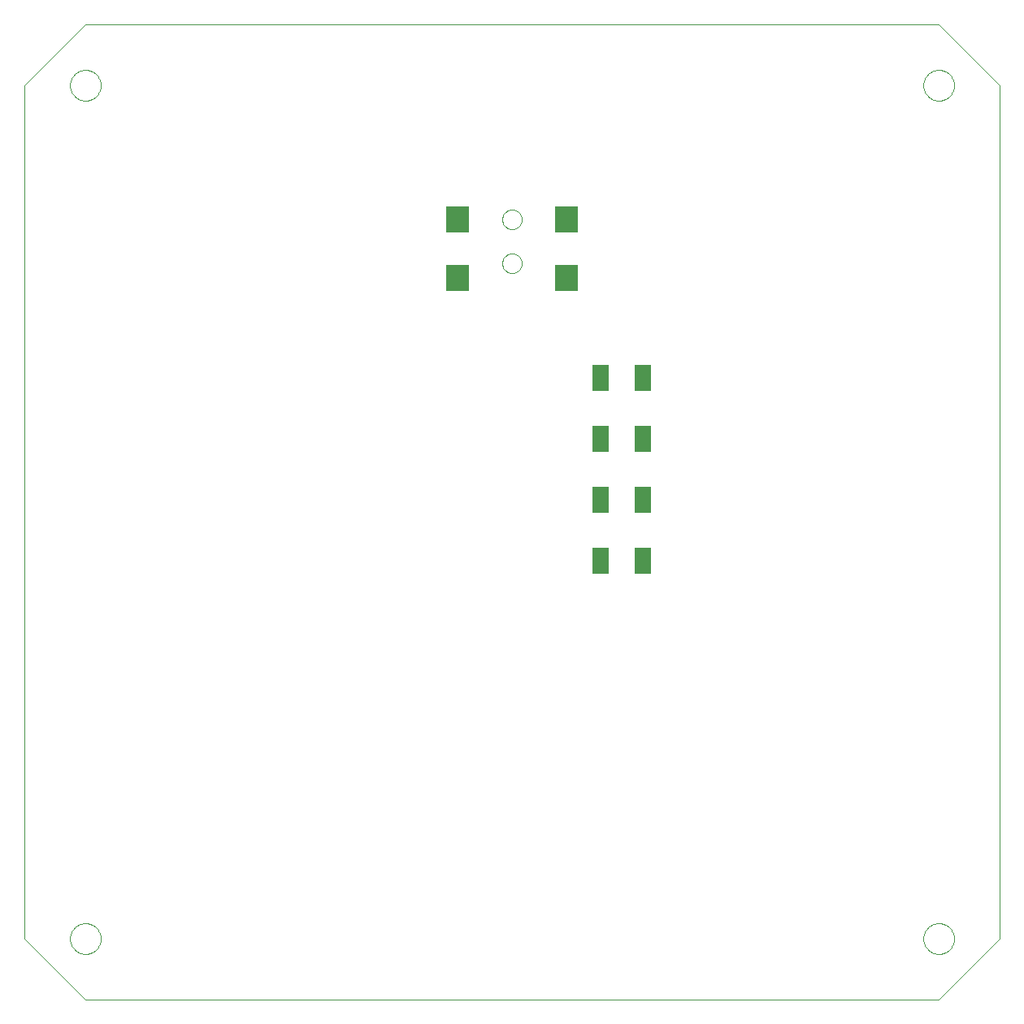
<source format=gbp>
G75*
%MOIN*%
%OFA0B0*%
%FSLAX24Y24*%
%IPPOS*%
%LPD*%
%AMOC8*
5,1,8,0,0,1.08239X$1,22.5*
%
%ADD10C,0.0000*%
%ADD11R,0.0709X0.1063*%
%ADD12R,0.0945X0.1102*%
D10*
X002680Y003220D02*
X005180Y000720D01*
X040180Y000720D01*
X042680Y003220D01*
X042680Y038220D01*
X040180Y040716D01*
X005180Y040716D01*
X002680Y038220D01*
X002680Y003220D01*
X004550Y003220D02*
X004552Y003270D01*
X004558Y003320D01*
X004568Y003369D01*
X004582Y003417D01*
X004599Y003464D01*
X004620Y003509D01*
X004645Y003553D01*
X004673Y003594D01*
X004705Y003633D01*
X004739Y003670D01*
X004776Y003704D01*
X004816Y003734D01*
X004858Y003761D01*
X004902Y003785D01*
X004948Y003806D01*
X004995Y003822D01*
X005043Y003835D01*
X005093Y003844D01*
X005142Y003849D01*
X005193Y003850D01*
X005243Y003847D01*
X005292Y003840D01*
X005341Y003829D01*
X005389Y003814D01*
X005435Y003796D01*
X005480Y003774D01*
X005523Y003748D01*
X005564Y003719D01*
X005603Y003687D01*
X005639Y003652D01*
X005671Y003614D01*
X005701Y003574D01*
X005728Y003531D01*
X005751Y003487D01*
X005770Y003441D01*
X005786Y003393D01*
X005798Y003344D01*
X005806Y003295D01*
X005810Y003245D01*
X005810Y003195D01*
X005806Y003145D01*
X005798Y003096D01*
X005786Y003047D01*
X005770Y002999D01*
X005751Y002953D01*
X005728Y002909D01*
X005701Y002866D01*
X005671Y002826D01*
X005639Y002788D01*
X005603Y002753D01*
X005564Y002721D01*
X005523Y002692D01*
X005480Y002666D01*
X005435Y002644D01*
X005389Y002626D01*
X005341Y002611D01*
X005292Y002600D01*
X005243Y002593D01*
X005193Y002590D01*
X005142Y002591D01*
X005093Y002596D01*
X005043Y002605D01*
X004995Y002618D01*
X004948Y002634D01*
X004902Y002655D01*
X004858Y002679D01*
X004816Y002706D01*
X004776Y002736D01*
X004739Y002770D01*
X004705Y002807D01*
X004673Y002846D01*
X004645Y002887D01*
X004620Y002931D01*
X004599Y002976D01*
X004582Y003023D01*
X004568Y003071D01*
X004558Y003120D01*
X004552Y003170D01*
X004550Y003220D01*
X022280Y030920D02*
X022282Y030960D01*
X022288Y030999D01*
X022298Y031038D01*
X022311Y031075D01*
X022329Y031111D01*
X022350Y031145D01*
X022374Y031177D01*
X022401Y031206D01*
X022431Y031233D01*
X022463Y031256D01*
X022498Y031276D01*
X022534Y031292D01*
X022572Y031305D01*
X022611Y031314D01*
X022650Y031319D01*
X022690Y031320D01*
X022730Y031317D01*
X022769Y031310D01*
X022807Y031299D01*
X022845Y031285D01*
X022880Y031266D01*
X022913Y031245D01*
X022945Y031220D01*
X022973Y031192D01*
X022999Y031162D01*
X023021Y031129D01*
X023040Y031094D01*
X023056Y031057D01*
X023068Y031019D01*
X023076Y030980D01*
X023080Y030940D01*
X023080Y030900D01*
X023076Y030860D01*
X023068Y030821D01*
X023056Y030783D01*
X023040Y030746D01*
X023021Y030711D01*
X022999Y030678D01*
X022973Y030648D01*
X022945Y030620D01*
X022913Y030595D01*
X022880Y030574D01*
X022845Y030555D01*
X022807Y030541D01*
X022769Y030530D01*
X022730Y030523D01*
X022690Y030520D01*
X022650Y030521D01*
X022611Y030526D01*
X022572Y030535D01*
X022534Y030548D01*
X022498Y030564D01*
X022463Y030584D01*
X022431Y030607D01*
X022401Y030634D01*
X022374Y030663D01*
X022350Y030695D01*
X022329Y030729D01*
X022311Y030765D01*
X022298Y030802D01*
X022288Y030841D01*
X022282Y030880D01*
X022280Y030920D01*
X022280Y032720D02*
X022282Y032760D01*
X022288Y032799D01*
X022298Y032838D01*
X022311Y032875D01*
X022329Y032911D01*
X022350Y032945D01*
X022374Y032977D01*
X022401Y033006D01*
X022431Y033033D01*
X022463Y033056D01*
X022498Y033076D01*
X022534Y033092D01*
X022572Y033105D01*
X022611Y033114D01*
X022650Y033119D01*
X022690Y033120D01*
X022730Y033117D01*
X022769Y033110D01*
X022807Y033099D01*
X022845Y033085D01*
X022880Y033066D01*
X022913Y033045D01*
X022945Y033020D01*
X022973Y032992D01*
X022999Y032962D01*
X023021Y032929D01*
X023040Y032894D01*
X023056Y032857D01*
X023068Y032819D01*
X023076Y032780D01*
X023080Y032740D01*
X023080Y032700D01*
X023076Y032660D01*
X023068Y032621D01*
X023056Y032583D01*
X023040Y032546D01*
X023021Y032511D01*
X022999Y032478D01*
X022973Y032448D01*
X022945Y032420D01*
X022913Y032395D01*
X022880Y032374D01*
X022845Y032355D01*
X022807Y032341D01*
X022769Y032330D01*
X022730Y032323D01*
X022690Y032320D01*
X022650Y032321D01*
X022611Y032326D01*
X022572Y032335D01*
X022534Y032348D01*
X022498Y032364D01*
X022463Y032384D01*
X022431Y032407D01*
X022401Y032434D01*
X022374Y032463D01*
X022350Y032495D01*
X022329Y032529D01*
X022311Y032565D01*
X022298Y032602D01*
X022288Y032641D01*
X022282Y032680D01*
X022280Y032720D01*
X004550Y038220D02*
X004552Y038270D01*
X004558Y038320D01*
X004568Y038369D01*
X004582Y038417D01*
X004599Y038464D01*
X004620Y038509D01*
X004645Y038553D01*
X004673Y038594D01*
X004705Y038633D01*
X004739Y038670D01*
X004776Y038704D01*
X004816Y038734D01*
X004858Y038761D01*
X004902Y038785D01*
X004948Y038806D01*
X004995Y038822D01*
X005043Y038835D01*
X005093Y038844D01*
X005142Y038849D01*
X005193Y038850D01*
X005243Y038847D01*
X005292Y038840D01*
X005341Y038829D01*
X005389Y038814D01*
X005435Y038796D01*
X005480Y038774D01*
X005523Y038748D01*
X005564Y038719D01*
X005603Y038687D01*
X005639Y038652D01*
X005671Y038614D01*
X005701Y038574D01*
X005728Y038531D01*
X005751Y038487D01*
X005770Y038441D01*
X005786Y038393D01*
X005798Y038344D01*
X005806Y038295D01*
X005810Y038245D01*
X005810Y038195D01*
X005806Y038145D01*
X005798Y038096D01*
X005786Y038047D01*
X005770Y037999D01*
X005751Y037953D01*
X005728Y037909D01*
X005701Y037866D01*
X005671Y037826D01*
X005639Y037788D01*
X005603Y037753D01*
X005564Y037721D01*
X005523Y037692D01*
X005480Y037666D01*
X005435Y037644D01*
X005389Y037626D01*
X005341Y037611D01*
X005292Y037600D01*
X005243Y037593D01*
X005193Y037590D01*
X005142Y037591D01*
X005093Y037596D01*
X005043Y037605D01*
X004995Y037618D01*
X004948Y037634D01*
X004902Y037655D01*
X004858Y037679D01*
X004816Y037706D01*
X004776Y037736D01*
X004739Y037770D01*
X004705Y037807D01*
X004673Y037846D01*
X004645Y037887D01*
X004620Y037931D01*
X004599Y037976D01*
X004582Y038023D01*
X004568Y038071D01*
X004558Y038120D01*
X004552Y038170D01*
X004550Y038220D01*
X039550Y038220D02*
X039552Y038270D01*
X039558Y038320D01*
X039568Y038369D01*
X039582Y038417D01*
X039599Y038464D01*
X039620Y038509D01*
X039645Y038553D01*
X039673Y038594D01*
X039705Y038633D01*
X039739Y038670D01*
X039776Y038704D01*
X039816Y038734D01*
X039858Y038761D01*
X039902Y038785D01*
X039948Y038806D01*
X039995Y038822D01*
X040043Y038835D01*
X040093Y038844D01*
X040142Y038849D01*
X040193Y038850D01*
X040243Y038847D01*
X040292Y038840D01*
X040341Y038829D01*
X040389Y038814D01*
X040435Y038796D01*
X040480Y038774D01*
X040523Y038748D01*
X040564Y038719D01*
X040603Y038687D01*
X040639Y038652D01*
X040671Y038614D01*
X040701Y038574D01*
X040728Y038531D01*
X040751Y038487D01*
X040770Y038441D01*
X040786Y038393D01*
X040798Y038344D01*
X040806Y038295D01*
X040810Y038245D01*
X040810Y038195D01*
X040806Y038145D01*
X040798Y038096D01*
X040786Y038047D01*
X040770Y037999D01*
X040751Y037953D01*
X040728Y037909D01*
X040701Y037866D01*
X040671Y037826D01*
X040639Y037788D01*
X040603Y037753D01*
X040564Y037721D01*
X040523Y037692D01*
X040480Y037666D01*
X040435Y037644D01*
X040389Y037626D01*
X040341Y037611D01*
X040292Y037600D01*
X040243Y037593D01*
X040193Y037590D01*
X040142Y037591D01*
X040093Y037596D01*
X040043Y037605D01*
X039995Y037618D01*
X039948Y037634D01*
X039902Y037655D01*
X039858Y037679D01*
X039816Y037706D01*
X039776Y037736D01*
X039739Y037770D01*
X039705Y037807D01*
X039673Y037846D01*
X039645Y037887D01*
X039620Y037931D01*
X039599Y037976D01*
X039582Y038023D01*
X039568Y038071D01*
X039558Y038120D01*
X039552Y038170D01*
X039550Y038220D01*
X039550Y003220D02*
X039552Y003270D01*
X039558Y003320D01*
X039568Y003369D01*
X039582Y003417D01*
X039599Y003464D01*
X039620Y003509D01*
X039645Y003553D01*
X039673Y003594D01*
X039705Y003633D01*
X039739Y003670D01*
X039776Y003704D01*
X039816Y003734D01*
X039858Y003761D01*
X039902Y003785D01*
X039948Y003806D01*
X039995Y003822D01*
X040043Y003835D01*
X040093Y003844D01*
X040142Y003849D01*
X040193Y003850D01*
X040243Y003847D01*
X040292Y003840D01*
X040341Y003829D01*
X040389Y003814D01*
X040435Y003796D01*
X040480Y003774D01*
X040523Y003748D01*
X040564Y003719D01*
X040603Y003687D01*
X040639Y003652D01*
X040671Y003614D01*
X040701Y003574D01*
X040728Y003531D01*
X040751Y003487D01*
X040770Y003441D01*
X040786Y003393D01*
X040798Y003344D01*
X040806Y003295D01*
X040810Y003245D01*
X040810Y003195D01*
X040806Y003145D01*
X040798Y003096D01*
X040786Y003047D01*
X040770Y002999D01*
X040751Y002953D01*
X040728Y002909D01*
X040701Y002866D01*
X040671Y002826D01*
X040639Y002788D01*
X040603Y002753D01*
X040564Y002721D01*
X040523Y002692D01*
X040480Y002666D01*
X040435Y002644D01*
X040389Y002626D01*
X040341Y002611D01*
X040292Y002600D01*
X040243Y002593D01*
X040193Y002590D01*
X040142Y002591D01*
X040093Y002596D01*
X040043Y002605D01*
X039995Y002618D01*
X039948Y002634D01*
X039902Y002655D01*
X039858Y002679D01*
X039816Y002706D01*
X039776Y002736D01*
X039739Y002770D01*
X039705Y002807D01*
X039673Y002846D01*
X039645Y002887D01*
X039620Y002931D01*
X039599Y002976D01*
X039582Y003023D01*
X039568Y003071D01*
X039558Y003120D01*
X039552Y003170D01*
X039550Y003220D01*
D11*
X028046Y018720D03*
X026314Y018720D03*
X026314Y021220D03*
X028046Y021220D03*
X028046Y023720D03*
X026314Y023720D03*
X026314Y026220D03*
X028046Y026220D03*
D12*
X024924Y030318D03*
X024924Y032720D03*
X020436Y032720D03*
X020436Y030318D03*
M02*

</source>
